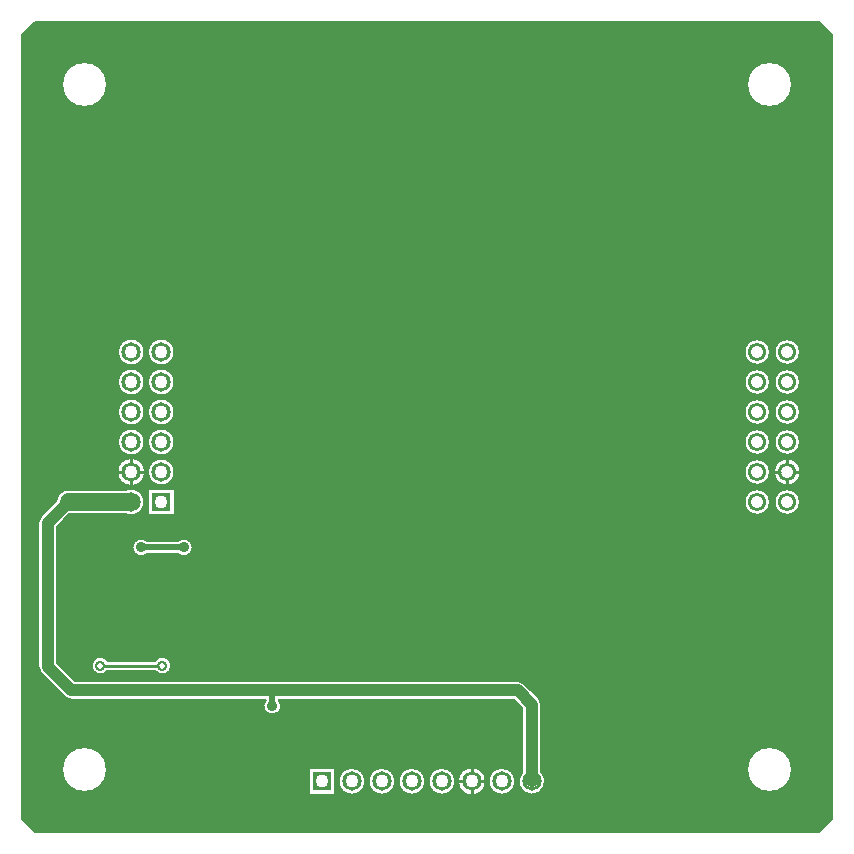
<source format=gbr>
G04 DesignSpark PCB PRO Gerber Version 10.0 Build 5299*
G04 #@! TF.Part,Single*
G04 #@! TF.FileFunction,Copper,L2,Bot*
G04 #@! TF.FilePolarity,Positive*
%FSLAX35Y35*%
%MOIN*%
%ADD10C,0.00787*%
%ADD28C,0.00984*%
%ADD11C,0.01000*%
%ADD26C,0.01969*%
G04 #@! TA.AperFunction,ViaPad*
%ADD12C,0.03543X0.01969*%
G04 #@! TD.AperFunction*
%ADD13C,0.03937*%
%ADD29C,0.05906*%
G04 #@! TA.AperFunction,ViaPad*
%ADD72C,0.06000X0.03500*%
G04 #@! TA.AperFunction,ComponentPad*
%ADD15C,0.06102X0.04094*%
%ADD73R,0.06496X0.06496X0.04331*%
%ADD74C,0.06496X0.04331*%
%ADD81C,0.39370X0.25000*%
G04 #@! TD.AperFunction*
X0Y0D02*
D02*
D10*
X6974Y268984D02*
Y7394D01*
X11331Y3037D01*
X272921D01*
X277278Y7394D01*
Y268984D01*
X272921Y273341D01*
X11331D01*
X6974Y268984D01*
X180236Y23193D02*
G75*
G02*
X177087Y15650I-3150J-3114D01*
G01*
G75*
G02*
X173937Y23193I0J4429D01*
G01*
Y44365D01*
X171057Y47244D01*
X92752D01*
G75*
G02*
X93504Y45276I-2201J-1969D01*
G01*
G75*
G02*
X87598I-2953J0D01*
G01*
G75*
G02*
X88350Y47244I2953J0D01*
G01*
X23622D01*
G75*
G02*
X21392Y48169I0J3150D01*
G01*
X13524Y56038D01*
G75*
G02*
X12598Y58268I2224J2230D01*
G01*
Y106299D01*
G75*
G02*
X13524Y108529I3150J0D01*
G01*
X18517Y113523D01*
G75*
G02*
X22638Y117323I4120J-334D01*
G01*
X30476D01*
G75*
G02*
X31729I627J-4134D01*
G01*
X41953D01*
G75*
G02*
X47972Y113189I1590J-4134D01*
G01*
G75*
G02*
X41953Y109055I-4429J0D01*
G01*
X31729D01*
G75*
G02*
X30476I-627J4134D01*
G01*
X22958D01*
X18898Y104994D01*
Y59572D01*
X24927Y53543D01*
X172358D01*
G75*
G02*
X174589Y52621I4J-3150D01*
G01*
X179314Y47896D01*
G75*
G02*
X180236Y45669I-2227J-2227D01*
G01*
G75*
G02*
Y45668I-1327J0D01*
G01*
G75*
G02*
Y45665I-1195J-2D01*
G01*
Y23193D01*
X59059Y100197D02*
G75*
G02*
X64020Y98031I2007J-2165D01*
G01*
G75*
G02*
X59059Y95866I-2953J0D01*
G01*
X48858D01*
G75*
G02*
X43898Y98031I-2007J2165D01*
G01*
G75*
G02*
X48858Y100197I2953J0D01*
G01*
X59059D01*
X51504Y60335D02*
G75*
G02*
X56890Y58661I2433J-1673D01*
G01*
G75*
G02*
X51504Y56988I-2953J0D01*
G01*
X35701D01*
G75*
G02*
X30315Y58661I-2433J1673D01*
G01*
G75*
G02*
X35701Y60335I2953J0D01*
G01*
X51504D01*
X102657Y24508D02*
X111516D01*
Y15650D01*
X102657D01*
Y24508D01*
X112657Y20079D02*
G75*
G02*
X121516I4429J0D01*
G01*
G75*
G02*
X112657I-4429J0D01*
G01*
X122657D02*
G75*
G02*
X131516I4429J0D01*
G01*
G75*
G02*
X122657I-4429J0D01*
G01*
X132657D02*
G75*
G02*
X141516I4429J0D01*
G01*
G75*
G02*
X132657I-4429J0D01*
G01*
X142657D02*
G75*
G02*
X151516I4429J0D01*
G01*
G75*
G02*
X142657I-4429J0D01*
G01*
X152445D02*
G75*
G02*
X161728I4642J0D01*
G01*
G75*
G02*
X152445I-4642J0D01*
G01*
X162657D02*
G75*
G02*
X171516I4429J0D01*
G01*
G75*
G02*
X162657I-4429J0D01*
G01*
X20472Y24016D02*
G75*
G02*
X35433I7480J0D01*
G01*
G75*
G02*
X20472I-7480J0D01*
G01*
Y252362D02*
G75*
G02*
X35433I7480J0D01*
G01*
G75*
G02*
X20472I-7480J0D01*
G01*
X38902Y123189D02*
G75*
G02*
X48185I4642J0D01*
G01*
G75*
G02*
X38902I-4642J0D01*
G01*
X39114Y133189D02*
G75*
G02*
X47972I4429J0D01*
G01*
G75*
G02*
X39114I-4429J0D01*
G01*
Y143189D02*
G75*
G02*
X47972I4429J0D01*
G01*
G75*
G02*
X39114I-4429J0D01*
G01*
Y153189D02*
G75*
G02*
X47972I4429J0D01*
G01*
G75*
G02*
X39114I-4429J0D01*
G01*
Y163189D02*
G75*
G02*
X47972I4429J0D01*
G01*
G75*
G02*
X39114I-4429J0D01*
G01*
X49114Y117618D02*
X57972D01*
Y108760D01*
X49114D01*
Y117618D01*
Y123189D02*
G75*
G02*
X57972I4429J0D01*
G01*
G75*
G02*
X49114I-4429J0D01*
G01*
Y133189D02*
G75*
G02*
X57972I4429J0D01*
G01*
G75*
G02*
X49114I-4429J0D01*
G01*
Y143189D02*
G75*
G02*
X57972I4429J0D01*
G01*
G75*
G02*
X49114I-4429J0D01*
G01*
Y153189D02*
G75*
G02*
X57972I4429J0D01*
G01*
G75*
G02*
X49114I-4429J0D01*
G01*
Y163189D02*
G75*
G02*
X57972I4429J0D01*
G01*
G75*
G02*
X49114I-4429J0D01*
G01*
X247972Y113189D02*
G75*
G02*
X256437I4232J0D01*
G01*
G75*
G02*
X247972I-4232J0D01*
G01*
X248819Y24016D02*
G75*
G02*
X263780I7480J0D01*
G01*
G75*
G02*
X248819I-7480J0D01*
G01*
X247972Y123189D02*
G75*
G02*
X256437I4232J0D01*
G01*
G75*
G02*
X247972I-4232J0D01*
G01*
Y133189D02*
G75*
G02*
X256437I4232J0D01*
G01*
G75*
G02*
X247972I-4232J0D01*
G01*
Y143189D02*
G75*
G02*
X256437I4232J0D01*
G01*
G75*
G02*
X247972I-4232J0D01*
G01*
Y153189D02*
G75*
G02*
X256437I4232J0D01*
G01*
G75*
G02*
X247972I-4232J0D01*
G01*
Y163189D02*
G75*
G02*
X256437I4232J0D01*
G01*
G75*
G02*
X247972I-4232J0D01*
G01*
X248819Y252362D02*
G75*
G02*
X263780I7480J0D01*
G01*
G75*
G02*
X248819I-7480J0D01*
G01*
X257760Y123189D02*
G75*
G02*
X266650I4445J0D01*
G01*
G75*
G02*
X257760I-4445J0D01*
G01*
X257972Y113189D02*
G75*
G02*
X266437I4232J0D01*
G01*
G75*
G02*
X257972I-4232J0D01*
G01*
Y133189D02*
G75*
G02*
X266437I4232J0D01*
G01*
G75*
G02*
X257972I-4232J0D01*
G01*
Y143189D02*
G75*
G02*
X266437I4232J0D01*
G01*
G75*
G02*
X257972I-4232J0D01*
G01*
Y153189D02*
G75*
G02*
X266437I4232J0D01*
G01*
G75*
G02*
X257972I-4232J0D01*
G01*
Y163189D02*
G75*
G02*
X266437I4232J0D01*
G01*
G75*
G02*
X257972I-4232J0D01*
G01*
X7368Y20079D02*
G36*
X7368Y20079D02*
Y7000D01*
X10937Y3431D01*
X273315D01*
X276884Y7000D01*
Y20079D01*
X262659D01*
G75*
G02*
X249939I-6360J3937D01*
G01*
X181516D01*
G75*
G02*
X177087Y15650I-4429J0D01*
G01*
G75*
G02*
X172657Y20079I0J4429D01*
G01*
X171516D01*
G75*
G02*
X162657I-4429J0D01*
G01*
X161728D01*
G75*
G02*
X152445I-4642J0D01*
G01*
X151516D01*
G75*
G02*
X142657I-4429J0D01*
G01*
X141516D01*
G75*
G02*
X132657I-4429J0D01*
G01*
X131516D01*
G75*
G02*
X122657I-4429J0D01*
G01*
X121516D01*
G75*
G02*
X112657I-4429J0D01*
G01*
X111516D01*
Y15650D01*
X102657D01*
Y20079D01*
X34313D01*
G75*
G02*
X21593I-6360J3937D01*
G01*
X7368D01*
G37*
Y58661D02*
G36*
X7368Y58661D02*
Y20079D01*
X21593D01*
G75*
G02*
X20472Y24016I6361J3937D01*
G01*
G75*
G02*
X35433I7480J0D01*
G01*
G75*
G02*
X34313Y20079I-7481J0D01*
G01*
X102657D01*
Y24508D01*
X111516D01*
Y20079D01*
X112657D01*
G75*
G02*
X121516I4429J0D01*
G01*
X122657D01*
G75*
G02*
X131516I4429J0D01*
G01*
X132657D01*
G75*
G02*
X141516I4429J0D01*
G01*
X142657D01*
G75*
G02*
X151516I4429J0D01*
G01*
X152445D01*
G75*
G02*
X161728I4642J0D01*
G01*
X162657D01*
G75*
G02*
X171516I4429J0D01*
G01*
X172657D01*
Y20079D01*
G75*
G02*
X173937Y23193I4430J0D01*
G01*
Y44365D01*
X171057Y47244D01*
X92752D01*
G75*
G02*
X93504Y45276I-2202J-1969D01*
G01*
G75*
G02*
X87598I-2953J0D01*
G01*
G75*
G02*
X88350Y47244I2954J-1D01*
G01*
X23622D01*
G75*
G02*
X21392Y48169I0J3151D01*
G01*
X13524Y56038D01*
G75*
G02*
X12598Y58268I2226J2230D01*
G01*
Y58661D01*
X7368D01*
G37*
X19809D02*
G36*
X19809Y58661D02*
X24927Y53543D01*
X172358D01*
G75*
G02*
X174589Y52621I4J-3152D01*
G01*
X179314Y47896D01*
G75*
G02*
X180236Y45670I-2227J-2227D01*
G01*
Y45669D01*
Y45668D01*
Y45665D01*
Y23193D01*
G75*
G02*
X181516Y20079I-3150J-3114D01*
G01*
X249939D01*
G75*
G02*
X248819Y24016I6361J3937D01*
G01*
G75*
G02*
X263780I7480J0D01*
G01*
G75*
G02*
X262659Y20079I-7481J0D01*
G01*
X276884D01*
Y58661D01*
X56890D01*
G75*
G02*
X51504Y56988I-2953J0D01*
G01*
X35701D01*
G75*
G02*
X30315Y58661I-2433J1674D01*
G01*
X19809D01*
G37*
X7368Y66634D02*
G36*
X7368Y66634D02*
Y58661D01*
X12598D01*
Y66634D01*
X7368D01*
G37*
X18898D02*
G36*
X18898Y66634D02*
Y59572D01*
X19809Y58661D01*
X30315D01*
G75*
G02*
X35701Y60335I2953J0D01*
G01*
X51504D01*
G75*
G02*
X56890Y58661I2433J-1674D01*
G01*
X276884D01*
Y66634D01*
X18898D01*
G37*
X7368Y98031D02*
G36*
X7368Y98031D02*
Y66634D01*
X12598D01*
Y98031D01*
X7368D01*
G37*
X18898D02*
G36*
X18898Y98031D02*
Y66634D01*
X276884D01*
Y98031D01*
X64020D01*
Y98031D01*
G75*
G02*
X59059Y95866I-2953J0D01*
G01*
X48858D01*
G75*
G02*
X43898Y98031I-2007J2165D01*
G01*
Y98031D01*
X18898D01*
G37*
X7368Y113189D02*
G36*
X7368Y113189D02*
Y98031D01*
X12598D01*
Y106299D01*
G75*
G02*
X13524Y108529I3151J0D01*
G01*
X18183Y113189D01*
X7368D01*
G37*
X18898Y104994D02*
G36*
X18898Y104994D02*
Y98031D01*
X43898D01*
Y98032D01*
G75*
G02*
X48858Y100197I2953J0D01*
G01*
X59059D01*
G75*
G02*
X64020Y98032I2007J-2165D01*
G01*
Y98031D01*
X276884D01*
Y113189D01*
X266437D01*
G75*
G02*
X257972I-4232J0D01*
G01*
X256437D01*
G75*
G02*
X247972I-4232J0D01*
G01*
X57972D01*
Y108760D01*
X49114D01*
Y113189D01*
X47972D01*
Y113189D01*
G75*
G02*
X41953Y109055I-4429J0D01*
G01*
X31729D01*
G75*
G02*
X30476I-627J4134D01*
G01*
X22958D01*
X18898Y104994D01*
G37*
X7368Y123189D02*
G36*
X7368Y123189D02*
Y113189D01*
X18183D01*
X18517Y113523D01*
G75*
G02*
X22638Y117323I4120J-333D01*
G01*
X30476D01*
G75*
G02*
X31729I627J-4134D01*
G01*
X41953D01*
G75*
G02*
X47972Y113189I1591J-4133D01*
G01*
Y113189D01*
X49114D01*
Y117618D01*
X57972D01*
Y113189D01*
X247972D01*
G75*
G02*
X256437I4232J0D01*
G01*
X257972D01*
G75*
G02*
X266437I4232J0D01*
G01*
X276884D01*
Y123189D01*
X266650D01*
G75*
G02*
X257760I-4445J0D01*
G01*
X256437D01*
G75*
G02*
X247972I-4232J0D01*
G01*
X57972D01*
G75*
G02*
X49114I-4429J0D01*
G01*
X48185D01*
G75*
G02*
X38902I-4642J0D01*
G01*
X7368D01*
G37*
Y133189D02*
G36*
X7368Y133189D02*
Y123189D01*
X38902D01*
G75*
G02*
X48185I4642J0D01*
G01*
X49114D01*
G75*
G02*
X57972I4429J0D01*
G01*
X247972D01*
G75*
G02*
X256437I4232J0D01*
G01*
X257760D01*
G75*
G02*
X266650I4445J0D01*
G01*
X276884D01*
Y133189D01*
X266437D01*
G75*
G02*
X257972I-4232J0D01*
G01*
X256437D01*
G75*
G02*
X247972I-4232J0D01*
G01*
X57972D01*
G75*
G02*
X49114I-4429J0D01*
G01*
X47972D01*
G75*
G02*
X39114I-4429J0D01*
G01*
X7368D01*
G37*
Y143189D02*
G36*
X7368Y143189D02*
Y133189D01*
X39114D01*
G75*
G02*
X47972I4429J0D01*
G01*
X49114D01*
G75*
G02*
X57972I4429J0D01*
G01*
X247972D01*
G75*
G02*
X256437I4232J0D01*
G01*
X257972D01*
G75*
G02*
X266437I4232J0D01*
G01*
X276884D01*
Y143189D01*
X266437D01*
G75*
G02*
X257972I-4232J0D01*
G01*
X256437D01*
G75*
G02*
X247972I-4232J0D01*
G01*
X57972D01*
G75*
G02*
X49114I-4429J0D01*
G01*
X47972D01*
G75*
G02*
X39114I-4429J0D01*
G01*
X7368D01*
G37*
Y153189D02*
G36*
X7368Y153189D02*
Y143189D01*
X39114D01*
G75*
G02*
X47972I4429J0D01*
G01*
X49114D01*
G75*
G02*
X57972I4429J0D01*
G01*
X247972D01*
G75*
G02*
X256437I4232J0D01*
G01*
X257972D01*
G75*
G02*
X266437I4232J0D01*
G01*
X276884D01*
Y153189D01*
X266437D01*
G75*
G02*
X257972I-4232J0D01*
G01*
X256437D01*
G75*
G02*
X247972I-4232J0D01*
G01*
X57972D01*
G75*
G02*
X49114I-4429J0D01*
G01*
X47972D01*
G75*
G02*
X39114I-4429J0D01*
G01*
X7368D01*
G37*
Y163189D02*
G36*
X7368Y163189D02*
Y153189D01*
X39114D01*
G75*
G02*
X47972I4429J0D01*
G01*
X49114D01*
G75*
G02*
X57972I4429J0D01*
G01*
X247972D01*
G75*
G02*
X256437I4232J0D01*
G01*
X257972D01*
G75*
G02*
X266437I4232J0D01*
G01*
X276884D01*
Y163189D01*
X266437D01*
G75*
G02*
X257972I-4232J0D01*
G01*
X256437D01*
G75*
G02*
X247972I-4232J0D01*
G01*
X57972D01*
G75*
G02*
X49114I-4429J0D01*
G01*
X47972D01*
G75*
G02*
X39114I-4429J0D01*
G01*
X7368D01*
G37*
Y252362D02*
G36*
X7368Y252362D02*
Y163189D01*
X39114D01*
G75*
G02*
X47972I4429J0D01*
G01*
X49114D01*
G75*
G02*
X57972I4429J0D01*
G01*
X247972D01*
G75*
G02*
X256437I4232J0D01*
G01*
X257972D01*
G75*
G02*
X266437I4232J0D01*
G01*
X276884D01*
Y252362D01*
X263780D01*
G75*
G02*
X248819I-7480J0D01*
G01*
X35433D01*
G75*
G02*
X20472I-7480J0D01*
G01*
X7368D01*
G37*
Y269378D02*
G36*
X7368Y269378D02*
Y252362D01*
X20472D01*
G75*
G02*
X35433I7480J0D01*
G01*
X248819D01*
G75*
G02*
X263780I7480J0D01*
G01*
X276884D01*
Y269378D01*
X273315Y272947D01*
X10937D01*
X7368Y269378D01*
G37*
D02*
D11*
X40795Y123189D02*
X38795D01*
X43543Y120441D02*
Y118441D01*
Y125937D02*
Y127937D01*
X46291Y123189D02*
X48291D01*
X154339Y20079D02*
X152339D01*
X157087Y17331D02*
Y15331D01*
Y22827D02*
Y24827D01*
X159835Y20079D02*
X161835D01*
X259654Y123189D02*
X257654D01*
X262205Y120638D02*
Y118638D01*
Y125740D02*
Y127740D01*
X264756Y123189D02*
X266756D01*
D02*
D12*
X15748Y84547D03*
X22441Y96457D03*
X24252Y68071D03*
X33071Y77559D03*
Y83858D03*
X33268Y58661D03*
X46850Y98031D03*
X53819Y45669D03*
X53937Y58661D03*
X61067Y98031D03*
X61811Y32677D03*
X63386Y66929D03*
Y130315D03*
Y185039D03*
Y216929D03*
X68110Y88976D03*
X72441Y45276D03*
X76378Y103150D03*
X90551Y45276D03*
X95276Y62992D03*
X97638Y107087D03*
X99606Y95276D03*
X102756Y66929D03*
Y98819D03*
Y130315D03*
Y185039D03*
Y216929D03*
Y256299D03*
X116929Y239370D03*
X142126Y66929D03*
Y98819D03*
Y130315D03*
X181496Y66929D03*
Y98819D03*
Y130315D03*
Y185039D03*
Y216929D03*
Y256299D03*
X220866Y66929D03*
Y98819D03*
Y130315D03*
Y185039D03*
Y216929D03*
Y256299D03*
D02*
D13*
X15748Y84547D02*
Y58268D01*
X23622Y50394D01*
X90551D01*
X15748Y94488D02*
Y84547D01*
X22638Y113189D02*
X15748Y106299D01*
Y94488D01*
X90551Y50394D02*
X172362D01*
X177087Y45669D01*
Y20079D01*
D02*
D15*
X252205Y113189D03*
Y123189D03*
Y133189D03*
Y143189D03*
Y153189D03*
Y163189D03*
X262205Y113189D03*
Y123189D03*
Y133189D03*
Y143189D03*
Y153189D03*
Y163189D03*
D02*
D26*
X46850Y98031D02*
X61067D01*
X90551Y45276D02*
Y50394D01*
D02*
D28*
X52461Y58661D02*
X34744D01*
D02*
D29*
X43543Y113189D02*
X22638D01*
D02*
D72*
X31102D03*
D02*
D73*
X53543D03*
X107087Y20079D03*
D02*
D74*
X43543Y113189D03*
Y123189D03*
Y133189D03*
Y143189D03*
Y153189D03*
Y163189D03*
X53543Y123189D03*
Y133189D03*
Y143189D03*
Y153189D03*
Y163189D03*
X117087Y20079D03*
X127087D03*
X137087D03*
X147087D03*
X157087D03*
X167087D03*
X177087D03*
D02*
D81*
X142126Y191516D03*
X0Y0D02*
M02*

</source>
